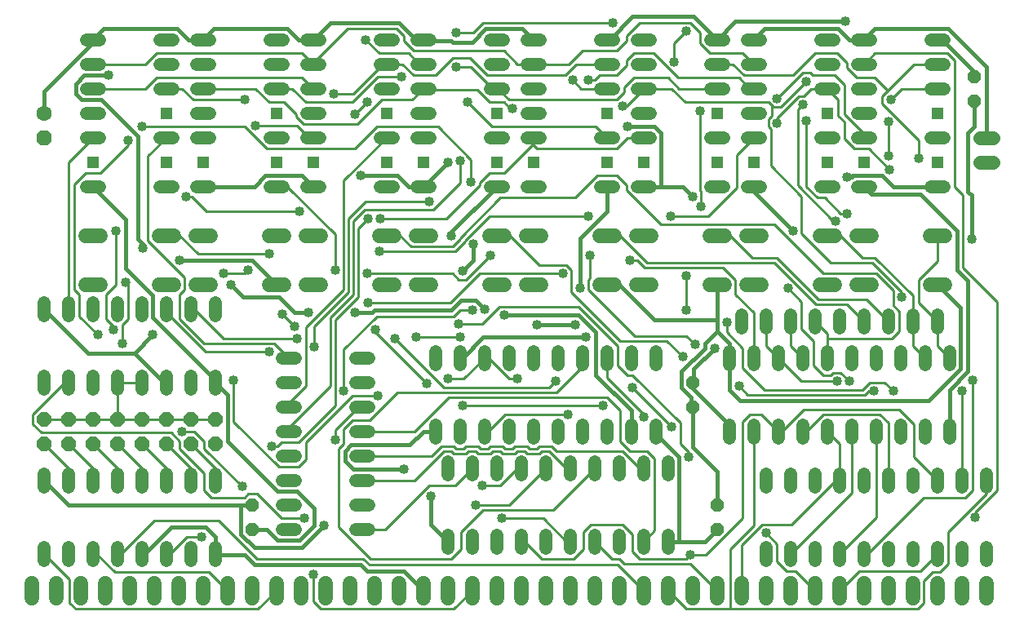
<source format=gtl>
G75*
%MOIN*%
%OFA0B0*%
%FSLAX24Y24*%
%IPPOS*%
%LPD*%
%AMOC8*
5,1,8,0,0,1.08239X$1,22.5*
%
%ADD10C,0.0600*%
%ADD11OC8,0.0520*%
%ADD12C,0.0520*%
%ADD13R,0.0515X0.0515*%
%ADD14C,0.0560*%
%ADD15OC8,0.0630*%
%ADD16C,0.0630*%
%ADD17OC8,0.0600*%
%ADD18C,0.0160*%
%ADD19C,0.0400*%
%ADD20C,0.0100*%
D10*
X000680Y000880D02*
X000680Y001480D01*
X001680Y001480D02*
X001680Y000880D01*
X002680Y000880D02*
X002680Y001480D01*
X003680Y001480D02*
X003680Y000880D01*
X004680Y000880D02*
X004680Y001480D01*
X005680Y001480D02*
X005680Y000880D01*
X006680Y000880D02*
X006680Y001480D01*
X007680Y001480D02*
X007680Y000880D01*
X008680Y000880D02*
X008680Y001480D01*
X009680Y001480D02*
X009680Y000880D01*
X010680Y000880D02*
X010680Y001480D01*
X011680Y001480D02*
X011680Y000880D01*
X012680Y000880D02*
X012680Y001480D01*
X013680Y001480D02*
X013680Y000880D01*
X014680Y000880D02*
X014680Y001480D01*
X015680Y001480D02*
X015680Y000880D01*
X016680Y000880D02*
X016680Y001480D01*
X017680Y001480D02*
X017680Y000880D01*
X018680Y000880D02*
X018680Y001480D01*
X019680Y001480D02*
X019680Y000880D01*
X020680Y000880D02*
X020680Y001480D01*
X021680Y001480D02*
X021680Y000880D01*
X022680Y000880D02*
X022680Y001480D01*
X023680Y001480D02*
X023680Y000880D01*
X024680Y000880D02*
X024680Y001480D01*
X025680Y001480D02*
X025680Y000880D01*
X026680Y000880D02*
X026680Y001480D01*
X027680Y001480D02*
X027680Y000880D01*
X028680Y000880D02*
X028680Y001480D01*
X029680Y001480D02*
X029680Y000880D01*
X030680Y000880D02*
X030680Y001480D01*
X031680Y001480D02*
X031680Y000880D01*
X032680Y000880D02*
X032680Y001480D01*
X033680Y001480D02*
X033680Y000880D01*
X034680Y000880D02*
X034680Y001480D01*
X035680Y001480D02*
X035680Y000880D01*
X036680Y000880D02*
X036680Y001480D01*
X037680Y001480D02*
X037680Y000880D01*
X038680Y000880D02*
X038680Y001480D01*
X039680Y001480D02*
X039680Y000880D01*
X037980Y013680D02*
X037380Y013680D01*
X034980Y013680D02*
X034380Y013680D01*
X033480Y013680D02*
X032880Y013680D01*
X030480Y013680D02*
X029880Y013680D01*
X028980Y013680D02*
X028380Y013680D01*
X025980Y013680D02*
X025380Y013680D01*
X024480Y013680D02*
X023880Y013680D01*
X021480Y013680D02*
X020880Y013680D01*
X019980Y013680D02*
X019380Y013680D01*
X016980Y013680D02*
X016380Y013680D01*
X015480Y013680D02*
X014880Y013680D01*
X012480Y013680D02*
X011880Y013680D01*
X010980Y013680D02*
X010380Y013680D01*
X007980Y013680D02*
X007380Y013680D01*
X006480Y013680D02*
X005880Y013680D01*
X003480Y013680D02*
X002880Y013680D01*
X002880Y015680D02*
X003480Y015680D01*
X005880Y015680D02*
X006480Y015680D01*
X007380Y015680D02*
X007980Y015680D01*
X010380Y015680D02*
X010980Y015680D01*
X011880Y015680D02*
X012480Y015680D01*
X014880Y015680D02*
X015480Y015680D01*
X016380Y015680D02*
X016980Y015680D01*
X019380Y015680D02*
X019980Y015680D01*
X020880Y015680D02*
X021480Y015680D01*
X023880Y015680D02*
X024480Y015680D01*
X025380Y015680D02*
X025980Y015680D01*
X028380Y015680D02*
X028980Y015680D01*
X029880Y015680D02*
X030480Y015680D01*
X032880Y015680D02*
X033480Y015680D01*
X034380Y015680D02*
X034980Y015680D01*
X037380Y015680D02*
X037980Y015680D01*
D11*
X039180Y021180D03*
X039180Y022180D03*
X027680Y009680D03*
X027680Y008680D03*
X028680Y004680D03*
X028680Y003680D03*
X009680Y003680D03*
X009680Y004680D03*
D12*
X010920Y004680D02*
X011440Y004680D01*
X011440Y003680D02*
X010920Y003680D01*
X008180Y002940D02*
X008180Y002420D01*
X007180Y002420D02*
X007180Y002940D01*
X006180Y002940D02*
X006180Y002420D01*
X005180Y002420D02*
X005180Y002940D01*
X004180Y002940D02*
X004180Y002420D01*
X003180Y002420D02*
X003180Y002940D01*
X002180Y002940D02*
X002180Y002420D01*
X001180Y002420D02*
X001180Y002940D01*
X001180Y005420D02*
X001180Y005940D01*
X002180Y005940D02*
X002180Y005420D01*
X003180Y005420D02*
X003180Y005940D01*
X004180Y005940D02*
X004180Y005420D01*
X005180Y005420D02*
X005180Y005940D01*
X006180Y005940D02*
X006180Y005420D01*
X007180Y005420D02*
X007180Y005940D01*
X008180Y005940D02*
X008180Y005420D01*
X010920Y005680D02*
X011440Y005680D01*
X011440Y006680D02*
X010920Y006680D01*
X010920Y007680D02*
X011440Y007680D01*
X011440Y008680D02*
X010920Y008680D01*
X010920Y009680D02*
X011440Y009680D01*
X011440Y010680D02*
X010920Y010680D01*
X008180Y009940D02*
X008180Y009420D01*
X007180Y009420D02*
X007180Y009940D01*
X006180Y009940D02*
X006180Y009420D01*
X005180Y009420D02*
X005180Y009940D01*
X004180Y009940D02*
X004180Y009420D01*
X003180Y009420D02*
X003180Y009940D01*
X002180Y009940D02*
X002180Y009420D01*
X001180Y009420D02*
X001180Y009940D01*
X001180Y012420D02*
X001180Y012940D01*
X002180Y012940D02*
X002180Y012420D01*
X003180Y012420D02*
X003180Y012940D01*
X004180Y012940D02*
X004180Y012420D01*
X005180Y012420D02*
X005180Y012940D01*
X006180Y012940D02*
X006180Y012420D01*
X007180Y012420D02*
X007180Y012940D01*
X008180Y012940D02*
X008180Y012420D01*
X013920Y010680D02*
X014440Y010680D01*
X014440Y009680D02*
X013920Y009680D01*
X013920Y008680D02*
X014440Y008680D01*
X014440Y007680D02*
X013920Y007680D01*
X013920Y006680D02*
X014440Y006680D01*
X014440Y005680D02*
X013920Y005680D01*
X013920Y004680D02*
X014440Y004680D01*
X014440Y003680D02*
X013920Y003680D01*
X017680Y003440D02*
X017680Y002920D01*
X018680Y002920D02*
X018680Y003440D01*
X019680Y003440D02*
X019680Y002920D01*
X020680Y002920D02*
X020680Y003440D01*
X021680Y003440D02*
X021680Y002920D01*
X022680Y002920D02*
X022680Y003440D01*
X023680Y003440D02*
X023680Y002920D01*
X024680Y002920D02*
X024680Y003440D01*
X025680Y003440D02*
X025680Y002920D01*
X026680Y002920D02*
X026680Y003440D01*
X026680Y005920D02*
X026680Y006440D01*
X025680Y006440D02*
X025680Y005920D01*
X024680Y005920D02*
X024680Y006440D01*
X023680Y006440D02*
X023680Y005920D01*
X022680Y005920D02*
X022680Y006440D01*
X021680Y006440D02*
X021680Y005920D01*
X020680Y005920D02*
X020680Y006440D01*
X019680Y006440D02*
X019680Y005920D01*
X018680Y005920D02*
X018680Y006440D01*
X017680Y006440D02*
X017680Y005920D01*
X017180Y007420D02*
X017180Y007940D01*
X018180Y007940D02*
X018180Y007420D01*
X019180Y007420D02*
X019180Y007940D01*
X020180Y007940D02*
X020180Y007420D01*
X021180Y007420D02*
X021180Y007940D01*
X022180Y007940D02*
X022180Y007420D01*
X023180Y007420D02*
X023180Y007940D01*
X024180Y007940D02*
X024180Y007420D01*
X025180Y007420D02*
X025180Y007940D01*
X026180Y007940D02*
X026180Y007420D01*
X029180Y007420D02*
X029180Y007940D01*
X030180Y007940D02*
X030180Y007420D01*
X031180Y007420D02*
X031180Y007940D01*
X032180Y007940D02*
X032180Y007420D01*
X033180Y007420D02*
X033180Y007940D01*
X034180Y007940D02*
X034180Y007420D01*
X035180Y007420D02*
X035180Y007940D01*
X036180Y007940D02*
X036180Y007420D01*
X037180Y007420D02*
X037180Y007940D01*
X038180Y007940D02*
X038180Y007420D01*
X037680Y005940D02*
X037680Y005420D01*
X038680Y005420D02*
X038680Y005940D01*
X039680Y005940D02*
X039680Y005420D01*
X036680Y005420D02*
X036680Y005940D01*
X035680Y005940D02*
X035680Y005420D01*
X034680Y005420D02*
X034680Y005940D01*
X033680Y005940D02*
X033680Y005420D01*
X032680Y005420D02*
X032680Y005940D01*
X031680Y005940D02*
X031680Y005420D01*
X030680Y005420D02*
X030680Y005940D01*
X030680Y002940D02*
X030680Y002420D01*
X031680Y002420D02*
X031680Y002940D01*
X032680Y002940D02*
X032680Y002420D01*
X033680Y002420D02*
X033680Y002940D01*
X034680Y002940D02*
X034680Y002420D01*
X035680Y002420D02*
X035680Y002940D01*
X036680Y002940D02*
X036680Y002420D01*
X037680Y002420D02*
X037680Y002940D01*
X038680Y002940D02*
X038680Y002420D01*
X039680Y002420D02*
X039680Y002940D01*
X038180Y010420D02*
X038180Y010940D01*
X037180Y010940D02*
X037180Y010420D01*
X036180Y010420D02*
X036180Y010940D01*
X035180Y010940D02*
X035180Y010420D01*
X034180Y010420D02*
X034180Y010940D01*
X033180Y010940D02*
X033180Y010420D01*
X032180Y010420D02*
X032180Y010940D01*
X031180Y010940D02*
X031180Y010420D01*
X030180Y010420D02*
X030180Y010940D01*
X029180Y010940D02*
X029180Y010420D01*
X029680Y011920D02*
X029680Y012440D01*
X030680Y012440D02*
X030680Y011920D01*
X031680Y011920D02*
X031680Y012440D01*
X032680Y012440D02*
X032680Y011920D01*
X033680Y011920D02*
X033680Y012440D01*
X034680Y012440D02*
X034680Y011920D01*
X035680Y011920D02*
X035680Y012440D01*
X036680Y012440D02*
X036680Y011920D01*
X037680Y011920D02*
X037680Y012440D01*
X037420Y017680D02*
X037940Y017680D01*
X034940Y017680D02*
X034420Y017680D01*
X033440Y017680D02*
X032920Y017680D01*
X030440Y017680D02*
X029920Y017680D01*
X028940Y017680D02*
X028420Y017680D01*
X025940Y017680D02*
X025420Y017680D01*
X024440Y017680D02*
X023920Y017680D01*
X021440Y017680D02*
X020920Y017680D01*
X019940Y017680D02*
X019420Y017680D01*
X016940Y017680D02*
X016420Y017680D01*
X015440Y017680D02*
X014920Y017680D01*
X012440Y017680D02*
X011920Y017680D01*
X010940Y017680D02*
X010420Y017680D01*
X007940Y017680D02*
X007420Y017680D01*
X006440Y017680D02*
X005920Y017680D01*
X003440Y017680D02*
X002920Y017680D01*
X002920Y019680D02*
X003440Y019680D01*
X003440Y020680D02*
X002920Y020680D01*
X002920Y021680D02*
X003440Y021680D01*
X003440Y022680D02*
X002920Y022680D01*
X002920Y023680D02*
X003440Y023680D01*
X005920Y023680D02*
X006440Y023680D01*
X007420Y023680D02*
X007940Y023680D01*
X007940Y022680D02*
X007420Y022680D01*
X006440Y022680D02*
X005920Y022680D01*
X005920Y021680D02*
X006440Y021680D01*
X007420Y021680D02*
X007940Y021680D01*
X007940Y020680D02*
X007420Y020680D01*
X007420Y019680D02*
X007940Y019680D01*
X006440Y019680D02*
X005920Y019680D01*
X010420Y019680D02*
X010940Y019680D01*
X011920Y019680D02*
X012440Y019680D01*
X012440Y020680D02*
X011920Y020680D01*
X011920Y021680D02*
X012440Y021680D01*
X012440Y022680D02*
X011920Y022680D01*
X010940Y022680D02*
X010420Y022680D01*
X010420Y021680D02*
X010940Y021680D01*
X010940Y023680D02*
X010420Y023680D01*
X011920Y023680D02*
X012440Y023680D01*
X014920Y023680D02*
X015440Y023680D01*
X016420Y023680D02*
X016940Y023680D01*
X016940Y022680D02*
X016420Y022680D01*
X015440Y022680D02*
X014920Y022680D01*
X014920Y021680D02*
X015440Y021680D01*
X016420Y021680D02*
X016940Y021680D01*
X016940Y020680D02*
X016420Y020680D01*
X016420Y019680D02*
X016940Y019680D01*
X015440Y019680D02*
X014920Y019680D01*
X019420Y019680D02*
X019940Y019680D01*
X020920Y019680D02*
X021440Y019680D01*
X021440Y020680D02*
X020920Y020680D01*
X020920Y021680D02*
X021440Y021680D01*
X021440Y022680D02*
X020920Y022680D01*
X019940Y022680D02*
X019420Y022680D01*
X019420Y021680D02*
X019940Y021680D01*
X019940Y023680D02*
X019420Y023680D01*
X020920Y023680D02*
X021440Y023680D01*
X023920Y023680D02*
X024440Y023680D01*
X025420Y023680D02*
X025940Y023680D01*
X025940Y022680D02*
X025420Y022680D01*
X024440Y022680D02*
X023920Y022680D01*
X023920Y021680D02*
X024440Y021680D01*
X025420Y021680D02*
X025940Y021680D01*
X025940Y020680D02*
X025420Y020680D01*
X025420Y019680D02*
X025940Y019680D01*
X024440Y019680D02*
X023920Y019680D01*
X028420Y019680D02*
X028940Y019680D01*
X029920Y019680D02*
X030440Y019680D01*
X030440Y020680D02*
X029920Y020680D01*
X029920Y021680D02*
X030440Y021680D01*
X030440Y022680D02*
X029920Y022680D01*
X028940Y022680D02*
X028420Y022680D01*
X028420Y021680D02*
X028940Y021680D01*
X028940Y023680D02*
X028420Y023680D01*
X029920Y023680D02*
X030440Y023680D01*
X032920Y023680D02*
X033440Y023680D01*
X034420Y023680D02*
X034940Y023680D01*
X034940Y022680D02*
X034420Y022680D01*
X033440Y022680D02*
X032920Y022680D01*
X032920Y021680D02*
X033440Y021680D01*
X034420Y021680D02*
X034940Y021680D01*
X034940Y020680D02*
X034420Y020680D01*
X034420Y019680D02*
X034940Y019680D01*
X033440Y019680D02*
X032920Y019680D01*
X037420Y019680D02*
X037940Y019680D01*
X037940Y021680D02*
X037420Y021680D01*
X037420Y022680D02*
X037940Y022680D01*
X037940Y023680D02*
X037420Y023680D01*
X026180Y010940D02*
X026180Y010420D01*
X025180Y010420D02*
X025180Y010940D01*
X024180Y010940D02*
X024180Y010420D01*
X023180Y010420D02*
X023180Y010940D01*
X022180Y010940D02*
X022180Y010420D01*
X021180Y010420D02*
X021180Y010940D01*
X020180Y010940D02*
X020180Y010420D01*
X019180Y010420D02*
X019180Y010940D01*
X018180Y010940D02*
X018180Y010420D01*
X017180Y010420D02*
X017180Y010940D01*
D13*
X016680Y018680D03*
X015180Y018680D03*
X015180Y020680D03*
X012180Y018680D03*
X010680Y018680D03*
X010680Y020680D03*
X007680Y018680D03*
X006180Y018680D03*
X006180Y020680D03*
X003180Y018680D03*
X019680Y018680D03*
X021180Y018680D03*
X019680Y020680D03*
X024180Y020680D03*
X024180Y018680D03*
X025680Y018680D03*
X028680Y018680D03*
X030180Y018680D03*
X028680Y020680D03*
X033180Y020680D03*
X033180Y018680D03*
X034680Y018680D03*
X037680Y018680D03*
X037680Y020680D03*
D14*
X039400Y019680D02*
X039960Y019680D01*
X039960Y018680D02*
X039400Y018680D01*
D15*
X001180Y019680D03*
D16*
X001180Y020680D03*
D17*
X001180Y008180D03*
X002180Y008180D03*
X003180Y008180D03*
X004180Y008180D03*
X005180Y008180D03*
X006180Y008180D03*
X007180Y008180D03*
X008180Y008180D03*
X008180Y007180D03*
X007180Y007180D03*
X006180Y007180D03*
X005180Y007180D03*
X004180Y007180D03*
X003180Y007180D03*
X002180Y007180D03*
X001180Y007180D03*
D18*
X001180Y005680D02*
X002180Y004680D01*
X009230Y004680D01*
X009230Y003480D01*
X009780Y002930D01*
X011730Y002930D01*
X012630Y003830D01*
X012230Y003830D02*
X012230Y004530D01*
X011530Y005230D01*
X010730Y005230D01*
X008680Y007280D01*
X008680Y009180D01*
X008180Y009680D01*
X008180Y009780D01*
X005630Y012330D01*
X005630Y013230D01*
X004530Y014330D01*
X004530Y016330D01*
X003180Y017680D01*
X005030Y019730D02*
X005030Y015530D01*
X005230Y015330D01*
X005230Y015180D01*
X006730Y014680D02*
X009680Y014680D01*
X010680Y013680D01*
X010780Y013180D02*
X009330Y013180D01*
X008830Y013680D01*
X010780Y013180D02*
X011430Y012530D01*
X011980Y012530D01*
X013880Y012530D02*
X014580Y012530D01*
X014680Y012630D01*
X017830Y012630D01*
X018230Y013030D01*
X018830Y013030D01*
X019180Y012680D01*
X019980Y012430D02*
X023030Y012430D01*
X023730Y011730D01*
X023730Y009980D01*
X025180Y008530D01*
X025180Y007680D01*
X026180Y007680D02*
X026180Y007580D01*
X027130Y006630D01*
X027130Y003180D01*
X026680Y003180D01*
X027130Y003180D02*
X028180Y003180D01*
X028680Y003680D01*
X028680Y004680D02*
X028680Y006030D01*
X027680Y007030D01*
X027680Y008680D01*
X027630Y008730D01*
X027630Y009080D01*
X027230Y009480D01*
X027230Y010130D01*
X028180Y011080D01*
X028180Y011280D01*
X028680Y011780D01*
X028680Y012230D01*
X026130Y012230D01*
X024680Y013680D01*
X024180Y013680D01*
X023080Y013530D02*
X023080Y015580D01*
X024180Y016680D01*
X024180Y017680D01*
X025680Y017680D02*
X026380Y017680D01*
X026380Y019880D01*
X026130Y020130D01*
X025030Y020130D01*
X026380Y017680D02*
X027280Y017680D01*
X027680Y017280D01*
X030180Y017480D02*
X031780Y015880D01*
X030180Y017480D02*
X030180Y017680D01*
X033980Y018080D02*
X034180Y018080D01*
X034230Y018130D01*
X035430Y018130D01*
X035880Y017680D01*
X037680Y017680D01*
X036980Y017380D02*
X034980Y017380D01*
X034680Y017680D01*
X036980Y017380D02*
X038480Y015880D01*
X038480Y014280D01*
X038930Y013830D01*
X038930Y010130D01*
X038180Y009380D01*
X038180Y007680D01*
X037330Y008930D02*
X038630Y010230D01*
X038630Y012730D01*
X037680Y013680D01*
X039080Y015530D02*
X039080Y017330D01*
X038930Y017480D01*
X038930Y019880D01*
X039180Y020130D01*
X039180Y021180D01*
X039180Y022180D02*
X039180Y022380D01*
X037880Y023680D01*
X037680Y023680D01*
X038130Y024130D02*
X035130Y024130D01*
X034680Y023680D01*
X034080Y023680D01*
X033630Y024130D01*
X030630Y024130D01*
X030180Y023680D01*
X029430Y024430D02*
X028680Y023680D01*
X027730Y024630D01*
X025230Y024630D01*
X024280Y023680D01*
X024180Y023680D01*
X021180Y023680D02*
X020730Y024130D01*
X019230Y024130D01*
X018680Y023580D01*
X017880Y023580D01*
X017830Y023630D01*
X016730Y023630D01*
X016680Y023680D01*
X016380Y023680D01*
X015680Y024380D01*
X012880Y024380D01*
X012180Y023680D01*
X011580Y023680D01*
X011130Y024130D01*
X008130Y024130D01*
X007680Y023680D01*
X007080Y023680D01*
X006630Y024130D01*
X003630Y024130D01*
X003180Y023680D01*
X003180Y023580D01*
X001180Y021580D01*
X001180Y020680D01*
X002480Y021480D02*
X002730Y021230D01*
X003530Y021230D01*
X005030Y019730D01*
X002480Y021480D02*
X002480Y021880D01*
X002830Y022230D01*
X003830Y022230D01*
X009780Y017680D02*
X010230Y018130D01*
X011730Y018130D01*
X012180Y017680D01*
X014130Y018130D02*
X015630Y018130D01*
X016080Y017680D01*
X016680Y017680D01*
X017680Y018680D01*
X019680Y017680D02*
X017830Y015830D01*
X017830Y015680D01*
X018730Y015330D02*
X018730Y014680D01*
X018280Y014230D01*
X021330Y012030D02*
X022880Y012030D01*
X023330Y011530D02*
X019130Y011530D01*
X018280Y010680D01*
X018180Y010680D01*
X017180Y007680D02*
X016680Y007680D01*
X016130Y007130D01*
X013730Y007130D01*
X013480Y006880D01*
X013480Y006480D01*
X013830Y006130D01*
X015880Y006130D01*
X016980Y005030D02*
X016980Y003880D01*
X017680Y003180D01*
X015880Y001980D02*
X016680Y001180D01*
X015880Y001980D02*
X014380Y001980D01*
X014130Y002230D01*
X009780Y002230D01*
X009380Y002630D01*
X008230Y002630D01*
X008180Y002680D01*
X008180Y003380D01*
X007780Y003780D01*
X006380Y003780D01*
X005280Y002680D01*
X005180Y002680D01*
X009230Y004680D02*
X009680Y004680D01*
X009680Y003680D02*
X010280Y003680D01*
X010730Y003230D01*
X011630Y003230D01*
X012230Y003830D01*
X006180Y009680D02*
X006080Y009680D01*
X004880Y010880D01*
X005630Y011630D01*
X004880Y010880D02*
X002980Y010880D01*
X001180Y012680D01*
X007680Y017680D02*
X009780Y017680D01*
X027730Y010230D02*
X027730Y009730D01*
X027680Y009680D01*
X027680Y009430D01*
X029180Y007930D01*
X029180Y007680D01*
X029630Y008930D02*
X037330Y008930D01*
X029630Y008930D02*
X029180Y009380D01*
X029180Y010680D01*
X029180Y011280D01*
X028680Y011780D01*
X028680Y012230D02*
X028680Y013680D01*
X028580Y011080D02*
X027730Y010230D01*
X039680Y019680D02*
X039680Y022580D01*
X038130Y024130D01*
X033930Y024430D02*
X029430Y024430D01*
D19*
X027430Y024030D03*
X026930Y022780D03*
X024830Y020980D03*
X025030Y020130D03*
X023430Y022030D03*
X022780Y022030D03*
X020330Y020880D03*
X018480Y021130D03*
X018030Y022580D03*
X018030Y023980D03*
X015780Y022180D03*
X014380Y021130D03*
X013880Y020630D03*
X013030Y021480D03*
X009830Y020180D03*
X009380Y021230D03*
X005180Y020130D03*
X004630Y019580D03*
X006980Y017280D03*
X004130Y015880D03*
X005230Y015180D03*
X006730Y014680D03*
X008530Y014130D03*
X008830Y013680D03*
X009530Y014280D03*
X010380Y014930D03*
X011630Y016680D03*
X014130Y018130D03*
X014430Y016380D03*
X014930Y016380D03*
X014880Y015030D03*
X014380Y014130D03*
X013080Y014280D03*
X014430Y012930D03*
X013880Y012530D03*
X014730Y011830D03*
X015530Y011480D03*
X016380Y011530D03*
X018180Y011530D03*
X018130Y012080D03*
X018680Y012630D03*
X019180Y012680D03*
X019980Y012430D03*
X021330Y012030D03*
X022880Y012030D03*
X023330Y011530D03*
X022080Y009730D03*
X020530Y009830D03*
X022580Y008380D03*
X024030Y008730D03*
X025230Y009480D03*
X025680Y008280D03*
X026830Y007880D03*
X027530Y006630D03*
X029580Y009530D03*
X028580Y011080D03*
X027780Y011230D03*
X027280Y010730D03*
X029080Y012130D03*
X027430Y012630D03*
X027430Y014030D03*
X025130Y014680D03*
X023480Y014880D03*
X022380Y014130D03*
X023080Y013530D03*
X019430Y014880D03*
X018730Y015330D03*
X017830Y015680D03*
X018280Y014230D03*
X016930Y017080D03*
X018630Y017880D03*
X018180Y018730D03*
X017680Y018680D03*
X023430Y016480D03*
X026780Y016480D03*
X028030Y016880D03*
X027680Y017280D03*
X031780Y015880D03*
X033530Y016280D03*
X033980Y016580D03*
X033980Y018080D03*
X035730Y018380D03*
X035680Y018930D03*
X036930Y018830D03*
X035680Y020330D03*
X035780Y021230D03*
X032330Y021980D03*
X031130Y021280D03*
X032180Y021030D03*
X032330Y020380D03*
X031130Y020280D03*
X027980Y020780D03*
X024430Y024380D03*
X033930Y024430D03*
X039080Y015530D03*
X036230Y013180D03*
X031580Y013530D03*
X033580Y009730D03*
X034080Y009730D03*
X035080Y009330D03*
X035880Y009330D03*
X038680Y009330D03*
X039130Y009780D03*
X039230Y004180D03*
X030680Y003530D03*
X027580Y002630D03*
X019880Y004130D03*
X018830Y004680D03*
X019080Y005480D03*
X016980Y005030D03*
X015880Y006130D03*
X013080Y007330D03*
X010480Y007080D03*
X009280Y005430D03*
X011830Y004130D03*
X012630Y003830D03*
X012180Y001830D03*
X007630Y003380D03*
X006830Y007680D03*
X008930Y009780D03*
X010380Y010930D03*
X011530Y011480D03*
X011430Y011980D03*
X010930Y012480D03*
X011980Y012530D03*
X012230Y011130D03*
X013430Y009330D03*
X014830Y009130D03*
X016830Y009630D03*
X017680Y009830D03*
X018280Y008730D03*
X005630Y011630D03*
X004380Y011280D03*
X004030Y011830D03*
X003380Y011630D03*
X004530Y013780D03*
X003830Y022230D03*
X014330Y023680D03*
D20*
X014880Y023130D01*
X016080Y023130D01*
X016530Y022680D01*
X016680Y022680D01*
X016280Y022230D02*
X017180Y022230D01*
X017880Y022930D01*
X018580Y022930D01*
X019280Y022230D01*
X022480Y022230D01*
X022930Y022680D01*
X024180Y022680D01*
X023880Y022230D02*
X024580Y022230D01*
X024980Y022630D01*
X024980Y022830D01*
X025280Y023130D01*
X026080Y023130D01*
X027080Y022130D01*
X029580Y022130D01*
X030030Y021680D01*
X030180Y021680D01*
X029780Y022230D02*
X031780Y022230D01*
X032680Y023130D01*
X033580Y023130D01*
X033980Y022730D01*
X033980Y022530D01*
X034380Y022130D01*
X035130Y022130D01*
X035655Y021605D01*
X035430Y021380D01*
X035430Y021080D01*
X036930Y019580D01*
X036930Y018830D01*
X035680Y018930D02*
X035680Y020330D01*
X035780Y021230D02*
X036230Y021680D01*
X037680Y021680D01*
X037680Y022680D02*
X036730Y022680D01*
X035655Y021605D01*
X034680Y022680D02*
X035130Y023130D01*
X038080Y023130D01*
X038380Y022830D01*
X038380Y017680D01*
X038730Y017330D01*
X038730Y014380D01*
X040130Y012980D01*
X040130Y005280D01*
X039230Y004380D01*
X039230Y004180D01*
X038830Y004980D02*
X039130Y005280D01*
X039130Y009780D01*
X038680Y009330D02*
X038680Y005680D01*
X037680Y005680D02*
X036730Y006630D01*
X036730Y007980D01*
X036130Y008580D01*
X032230Y008580D01*
X031330Y007680D01*
X031180Y007680D01*
X030480Y008380D01*
X030030Y008380D01*
X029730Y008080D01*
X029730Y004130D01*
X028230Y002630D01*
X027580Y002630D01*
X027430Y002480D01*
X025530Y002480D01*
X025230Y002780D01*
X025230Y003480D01*
X024830Y003880D01*
X023530Y003880D01*
X023230Y003580D01*
X023230Y002880D01*
X022830Y002480D01*
X021530Y002480D01*
X020830Y003180D01*
X020680Y003180D01*
X019880Y004130D02*
X021580Y004130D01*
X022530Y003180D01*
X022680Y003180D01*
X023680Y003180D02*
X024380Y002480D01*
X024680Y002480D01*
X024880Y002280D01*
X027580Y002280D01*
X028680Y001180D01*
X029680Y001180D02*
X029680Y003030D01*
X030530Y003880D01*
X031730Y003880D01*
X033530Y005680D01*
X033680Y005680D01*
X033680Y007180D01*
X033180Y007680D01*
X033030Y008380D02*
X032330Y007680D01*
X032180Y007680D01*
X033030Y008380D02*
X035330Y008380D01*
X035680Y008030D01*
X035680Y005680D01*
X037130Y004980D02*
X038830Y004980D01*
X039680Y005130D02*
X038130Y003580D01*
X038130Y002280D01*
X037780Y001930D01*
X037480Y001930D01*
X037130Y001580D01*
X037130Y000680D01*
X036880Y000430D01*
X029230Y000430D01*
X029230Y002880D01*
X030180Y003830D01*
X030180Y007680D01*
X029930Y009180D02*
X029580Y009530D01*
X029930Y009180D02*
X034730Y009180D01*
X034880Y009330D01*
X035080Y009330D01*
X034930Y009680D02*
X034630Y009380D01*
X030630Y009380D01*
X029730Y010280D01*
X029730Y011080D01*
X029080Y011730D01*
X029080Y012130D01*
X030180Y012530D02*
X030180Y010680D01*
X030680Y011180D02*
X031180Y010680D01*
X032130Y009730D01*
X033580Y009730D01*
X033330Y009980D02*
X033030Y009980D01*
X032630Y010380D01*
X032630Y011380D01*
X032130Y011880D01*
X032130Y012980D01*
X031580Y013530D01*
X031030Y014580D02*
X032730Y012880D01*
X033980Y012880D01*
X034680Y012180D01*
X034780Y013080D02*
X035680Y012180D01*
X036130Y011780D02*
X036130Y012580D01*
X035880Y012830D01*
X035880Y013430D01*
X035180Y014130D01*
X033030Y014130D01*
X031030Y016130D01*
X026380Y016130D01*
X024980Y017530D01*
X024980Y017730D01*
X024580Y018130D01*
X023780Y018130D01*
X022880Y017230D01*
X019830Y017230D01*
X018180Y015580D01*
X018180Y015530D01*
X017880Y015230D01*
X016180Y015230D01*
X015730Y015680D01*
X015180Y015680D01*
X014880Y015030D02*
X017980Y015030D01*
X018380Y015430D01*
X018380Y015480D01*
X019380Y016480D01*
X023430Y016480D01*
X024180Y015680D02*
X024730Y015680D01*
X025830Y014580D01*
X031030Y014580D01*
X031130Y014780D02*
X032830Y013080D01*
X034780Y013080D01*
X036230Y013180D02*
X036230Y013380D01*
X035030Y014580D01*
X033330Y014580D01*
X032130Y015780D01*
X032130Y017280D01*
X030880Y018530D01*
X030880Y020030D01*
X030780Y020130D01*
X030780Y020430D01*
X030930Y020580D01*
X030930Y020930D01*
X030955Y020955D01*
X030780Y021130D01*
X027380Y021130D01*
X026830Y021680D01*
X025680Y021680D01*
X024980Y020980D01*
X024830Y020980D01*
X024580Y021230D02*
X020180Y021230D01*
X019730Y021680D01*
X019680Y021680D01*
X019530Y021680D01*
X018630Y022580D01*
X018030Y022580D01*
X018880Y021630D02*
X016680Y021630D01*
X016680Y021680D01*
X016230Y021230D01*
X014980Y021230D01*
X013980Y020230D01*
X011780Y020230D01*
X011480Y020530D01*
X011480Y020630D01*
X010980Y021130D01*
X010380Y021130D01*
X009830Y021680D01*
X007680Y021680D01*
X007280Y021230D02*
X009380Y021230D01*
X009380Y020130D02*
X010280Y019230D01*
X013880Y019230D01*
X014780Y020130D01*
X017280Y020130D01*
X018630Y018780D01*
X018630Y017880D01*
X018980Y017830D02*
X018980Y017730D01*
X017630Y016380D01*
X014930Y016380D01*
X014430Y016380D02*
X014030Y015980D01*
X014030Y013180D01*
X013080Y012230D01*
X013080Y008730D01*
X011580Y007230D01*
X010880Y007230D01*
X010730Y007080D01*
X010480Y007080D01*
X010780Y006230D02*
X008930Y008080D01*
X008930Y009780D01*
X007780Y010930D02*
X006180Y012530D01*
X006180Y012680D01*
X006730Y012280D02*
X006730Y013280D01*
X006930Y013480D01*
X006930Y013980D01*
X005430Y015480D01*
X005430Y018930D01*
X006180Y019680D01*
X005180Y020130D02*
X009380Y020130D01*
X009830Y020180D02*
X011530Y020180D01*
X012030Y019680D01*
X012180Y019680D01*
X013880Y020630D02*
X014380Y021130D01*
X013780Y021130D02*
X014830Y022180D01*
X015780Y022180D01*
X016280Y022230D02*
X015830Y022680D01*
X015180Y022680D01*
X015030Y022680D01*
X013830Y021480D01*
X013030Y021480D01*
X013780Y021130D02*
X011880Y021130D01*
X011330Y021680D01*
X010680Y021680D01*
X011730Y022130D02*
X012180Y021680D01*
X011730Y022130D02*
X005780Y022130D01*
X005330Y021680D01*
X003180Y021680D01*
X003180Y022680D02*
X005330Y022680D01*
X005780Y023130D01*
X011730Y023130D01*
X012180Y022680D01*
X012180Y022730D01*
X013580Y024130D01*
X015580Y024130D01*
X015880Y023830D01*
X015880Y023630D01*
X016280Y023230D01*
X019980Y023230D01*
X020530Y022680D01*
X021180Y022680D01*
X022630Y022680D01*
X023180Y023230D01*
X024580Y023230D01*
X024980Y023630D01*
X024980Y023830D01*
X025530Y024380D01*
X027580Y024380D01*
X027980Y023980D01*
X027980Y023530D01*
X028380Y023130D01*
X029730Y023130D01*
X030180Y022680D01*
X029780Y022230D02*
X029330Y022680D01*
X028680Y022680D01*
X028680Y021680D02*
X027130Y021680D01*
X026680Y022130D01*
X025280Y022130D01*
X024880Y021730D01*
X024880Y021530D01*
X024580Y021230D01*
X024180Y021680D02*
X023130Y021680D01*
X022780Y022030D01*
X023430Y022030D02*
X023680Y022030D01*
X023880Y022230D01*
X026930Y022780D02*
X026930Y023530D01*
X027430Y024030D01*
X024430Y024380D02*
X019130Y024380D01*
X018730Y023980D01*
X018030Y023980D01*
X018880Y021630D02*
X019380Y021130D01*
X019980Y021130D01*
X020230Y020880D01*
X020330Y020880D01*
X019480Y020130D02*
X023730Y020130D01*
X024180Y019680D01*
X024580Y019230D02*
X021330Y019230D01*
X021155Y019405D01*
X019980Y018230D01*
X019380Y018230D01*
X018980Y017830D01*
X018180Y017830D02*
X018180Y018730D01*
X018180Y017830D02*
X017080Y016730D01*
X014280Y016730D01*
X013830Y016280D01*
X013830Y013280D01*
X012880Y012330D01*
X012880Y009530D01*
X011180Y007830D01*
X011180Y007680D01*
X011880Y007230D02*
X011880Y006530D01*
X011580Y006230D01*
X010780Y006230D01*
X009880Y005130D02*
X009530Y005130D01*
X009380Y004980D01*
X008030Y004980D01*
X007730Y005280D01*
X007730Y005980D01*
X006730Y006980D01*
X006730Y007280D01*
X006380Y007630D01*
X001080Y007630D01*
X000730Y007980D01*
X000730Y008380D01*
X002030Y009680D01*
X002180Y009680D01*
X004180Y009680D02*
X004180Y008180D01*
X005180Y008180D01*
X006180Y008180D01*
X007180Y008180D01*
X008180Y008180D01*
X007330Y007680D02*
X007730Y007280D01*
X007730Y006980D01*
X009280Y005430D01*
X009880Y005130D02*
X010880Y004130D01*
X011830Y004130D01*
X013230Y003780D02*
X014530Y002480D01*
X017830Y002480D01*
X018230Y002880D01*
X018230Y003580D01*
X019130Y004480D01*
X021980Y004480D01*
X023680Y006180D01*
X022680Y006180D02*
X022530Y006180D01*
X021830Y006880D01*
X021530Y006880D01*
X021430Y006780D01*
X020930Y006780D01*
X020830Y006880D01*
X020530Y006880D01*
X020430Y006780D01*
X019930Y006780D01*
X019830Y006880D01*
X019530Y006880D01*
X019430Y006780D01*
X018930Y006780D01*
X018830Y006880D01*
X018530Y006880D01*
X018430Y006780D01*
X017930Y006780D01*
X017830Y006880D01*
X017530Y006880D01*
X016330Y005680D01*
X014180Y005680D01*
X014180Y006680D02*
X017030Y006680D01*
X017430Y007080D01*
X017930Y007080D01*
X018030Y006980D01*
X018330Y006980D01*
X018430Y007080D01*
X018930Y007080D01*
X019030Y006980D01*
X019330Y006980D01*
X019430Y007080D01*
X019930Y007080D01*
X020030Y006980D01*
X020330Y006980D01*
X020430Y007080D01*
X020930Y007080D01*
X021030Y006980D01*
X021330Y006980D01*
X021430Y007080D01*
X021930Y007080D01*
X022130Y006880D01*
X024830Y006880D01*
X025530Y006180D01*
X025680Y006180D01*
X026130Y006580D02*
X026130Y003630D01*
X025680Y003180D01*
X024630Y002230D02*
X025680Y001180D01*
X026680Y001180D02*
X027430Y000430D01*
X029230Y000430D01*
X031130Y002380D02*
X031530Y001980D01*
X031880Y001980D01*
X032680Y001180D01*
X033680Y001180D02*
X034480Y001980D01*
X036980Y001980D01*
X037680Y002680D01*
X035180Y004180D02*
X033680Y002680D01*
X034680Y002680D02*
X034830Y002680D01*
X037130Y004980D01*
X035180Y004180D02*
X035180Y007680D01*
X034180Y007680D02*
X034180Y005180D01*
X031680Y002680D01*
X031130Y002380D02*
X031130Y003080D01*
X030680Y003530D01*
X026130Y006580D02*
X025830Y006880D01*
X025130Y006880D01*
X024730Y007280D01*
X024730Y008530D01*
X024180Y009080D01*
X017730Y009080D01*
X016330Y007680D01*
X014180Y007680D01*
X014480Y008130D02*
X013780Y008130D01*
X013430Y007780D01*
X013430Y007180D01*
X013230Y006980D01*
X013230Y003780D01*
X014180Y003680D02*
X015130Y003680D01*
X016930Y005480D01*
X017980Y005480D01*
X018680Y006180D01*
X019080Y005480D02*
X019830Y005480D01*
X020530Y006180D01*
X020680Y006180D01*
X021680Y006180D02*
X020180Y004680D01*
X018830Y004680D01*
X014480Y002230D02*
X024630Y002230D01*
X018680Y001180D02*
X017930Y000430D01*
X012480Y000430D01*
X012180Y000730D01*
X012180Y001830D01*
X010680Y001180D02*
X009930Y000430D01*
X002480Y000430D01*
X002230Y000680D01*
X002230Y001630D01*
X001180Y002680D01*
X003180Y002680D02*
X003330Y002680D01*
X004080Y001930D01*
X007930Y001930D01*
X008680Y001180D01*
X009880Y002480D02*
X014230Y002480D01*
X014480Y002230D01*
X009880Y002480D02*
X008330Y004030D01*
X005680Y004030D01*
X004330Y002680D01*
X004180Y002680D01*
X006180Y002680D02*
X006330Y002680D01*
X007030Y003380D01*
X007630Y003380D01*
X007180Y005680D02*
X007180Y006180D01*
X006180Y007180D01*
X006830Y007680D02*
X007330Y007680D01*
X007180Y007180D02*
X008180Y006180D01*
X008180Y005680D01*
X006180Y005680D02*
X006180Y006180D01*
X005180Y007180D01*
X004180Y007180D02*
X005180Y006180D01*
X005180Y005680D01*
X004180Y005680D02*
X004180Y006180D01*
X003180Y007180D01*
X002180Y007180D02*
X003180Y006180D01*
X003180Y005680D01*
X002180Y005680D02*
X002180Y006180D01*
X001180Y007180D01*
X001180Y008180D02*
X002180Y008180D01*
X003180Y008180D01*
X004180Y008180D01*
X004180Y009680D02*
X005180Y009680D01*
X004380Y011280D02*
X004380Y012030D01*
X004630Y012280D01*
X004630Y013680D01*
X004530Y013780D01*
X004130Y013680D02*
X004130Y015880D01*
X006180Y015680D02*
X006730Y015680D01*
X007480Y014930D01*
X010380Y014930D01*
X009530Y014280D02*
X009380Y014130D01*
X008530Y014130D01*
X007330Y012680D02*
X008530Y011480D01*
X011530Y011480D01*
X011430Y011980D02*
X010930Y012480D01*
X011880Y011930D02*
X013430Y013480D01*
X013430Y017930D01*
X015180Y019680D01*
X018480Y021130D02*
X019480Y020130D01*
X021180Y019680D02*
X021180Y019430D01*
X021155Y019405D01*
X024580Y019230D02*
X025030Y019680D01*
X025680Y019680D01*
X027980Y020780D02*
X027980Y017530D01*
X028030Y017480D01*
X028030Y016880D01*
X028330Y016480D02*
X029480Y017630D01*
X029480Y018980D01*
X030180Y019680D01*
X031130Y020280D02*
X031130Y020480D01*
X032030Y021380D01*
X032230Y021380D01*
X032530Y021680D01*
X033180Y021680D01*
X033630Y021230D01*
X033630Y020580D01*
X033880Y020330D01*
X033880Y019630D01*
X034280Y019230D01*
X034880Y019230D01*
X035730Y018380D01*
X034680Y019680D02*
X034680Y019830D01*
X033880Y020630D01*
X033880Y021830D01*
X033480Y022230D01*
X032580Y022230D01*
X032480Y022330D01*
X032180Y022330D01*
X031130Y021280D01*
X030955Y020955D02*
X030980Y020930D01*
X031280Y020930D01*
X032330Y021980D01*
X032180Y021030D02*
X031980Y020830D01*
X031980Y017730D01*
X033430Y016280D01*
X033530Y016280D01*
X033730Y016580D02*
X033080Y017230D01*
X032780Y017230D01*
X032330Y017680D01*
X032330Y020380D01*
X033730Y016580D02*
X033980Y016580D01*
X033730Y015680D02*
X033180Y015680D01*
X033730Y015680D02*
X034630Y014780D01*
X035130Y014780D01*
X036680Y013230D01*
X036680Y012180D01*
X036680Y011180D01*
X037180Y010680D01*
X037680Y011180D02*
X038180Y010680D01*
X037680Y011180D02*
X037680Y012180D01*
X036930Y012930D01*
X036930Y013880D01*
X037680Y014630D01*
X037680Y015680D01*
X033180Y011680D02*
X032680Y012180D01*
X033180Y011680D02*
X033180Y011480D01*
X035830Y011480D01*
X036130Y011780D01*
X034080Y009730D02*
X033730Y010080D01*
X033430Y010080D01*
X033330Y009980D01*
X033180Y010680D02*
X033180Y011480D01*
X032180Y010680D02*
X031680Y011180D01*
X031680Y012180D01*
X030680Y012180D02*
X030680Y011180D01*
X030180Y012530D02*
X029430Y013280D01*
X029430Y013880D01*
X028930Y014380D01*
X025730Y014380D01*
X025430Y014680D01*
X025130Y014680D01*
X023480Y014880D02*
X023480Y013930D01*
X023430Y013880D01*
X023430Y013480D01*
X025330Y011580D01*
X027430Y011580D01*
X027780Y011230D01*
X027280Y010730D02*
X026630Y011380D01*
X024730Y011380D01*
X022730Y013380D01*
X022730Y014280D01*
X022530Y014480D01*
X021430Y014480D01*
X020230Y015680D01*
X019680Y015680D01*
X019430Y014880D02*
X018430Y013880D01*
X018130Y013880D01*
X017880Y014130D01*
X014380Y014130D01*
X013630Y013380D02*
X013630Y016380D01*
X014330Y017080D01*
X016930Y017080D01*
X013080Y015730D02*
X013080Y014280D01*
X013630Y013380D02*
X012230Y011980D01*
X012230Y011130D01*
X011180Y010680D02*
X010580Y011280D01*
X007730Y011280D01*
X006730Y012280D01*
X007180Y012680D02*
X007330Y012680D01*
X007780Y010930D02*
X010380Y010930D01*
X011880Y011930D02*
X011880Y009530D01*
X011180Y008830D01*
X011180Y008680D01*
X013080Y007730D02*
X014030Y008680D01*
X014180Y008680D01*
X013780Y009130D02*
X011880Y007230D01*
X013080Y007330D02*
X013080Y007730D01*
X014480Y008130D02*
X015630Y009280D01*
X022130Y009280D01*
X023180Y010330D01*
X023180Y010680D01*
X024180Y010680D02*
X024180Y009880D01*
X025680Y008380D01*
X025680Y008280D01*
X026830Y007880D02*
X025230Y009480D01*
X025230Y009980D02*
X025030Y009980D01*
X024630Y010380D01*
X024630Y011180D01*
X023030Y012780D01*
X019780Y012780D01*
X019080Y012080D01*
X018130Y012080D01*
X017930Y012380D02*
X018180Y012630D01*
X018680Y012630D01*
X017930Y012380D02*
X014780Y012380D01*
X013430Y011030D01*
X013430Y009330D01*
X013780Y009130D02*
X014830Y009130D01*
X016830Y009630D02*
X014730Y011730D01*
X014730Y011830D01*
X015530Y011480D02*
X017530Y009480D01*
X021830Y009480D01*
X022080Y009730D01*
X020530Y009830D02*
X020180Y009830D01*
X019380Y010630D01*
X019180Y010630D01*
X019180Y010680D01*
X018330Y009830D01*
X017680Y009830D01*
X018280Y008730D02*
X024030Y008730D01*
X022580Y008380D02*
X020030Y008380D01*
X019330Y007680D01*
X019180Y007680D01*
X018180Y011530D02*
X016380Y011530D01*
X017780Y012930D02*
X014430Y012930D01*
X017780Y012930D02*
X018980Y014130D01*
X022380Y014130D01*
X026780Y016480D02*
X028330Y016480D01*
X028680Y015680D02*
X029230Y015680D01*
X030130Y014780D01*
X031130Y014780D01*
X027430Y014030D02*
X027430Y012630D01*
X025230Y009980D02*
X027180Y008030D01*
X027180Y007180D01*
X027530Y006830D01*
X027530Y006630D01*
X034930Y009680D02*
X035530Y009680D01*
X035880Y009330D01*
X039680Y005680D02*
X039680Y005130D01*
X013080Y015730D02*
X011130Y017680D01*
X010680Y017680D01*
X011630Y016680D02*
X007830Y016680D01*
X007230Y017280D01*
X006980Y017280D01*
X004630Y019380D02*
X004630Y019580D01*
X004630Y019380D02*
X003480Y018230D01*
X002880Y018230D01*
X002430Y017780D01*
X002430Y013480D01*
X002630Y013280D01*
X002630Y012380D01*
X003380Y011630D01*
X004030Y011830D02*
X004030Y011980D01*
X003730Y012280D01*
X003730Y013280D01*
X004130Y013680D01*
X002180Y012680D02*
X002180Y018680D01*
X003180Y019680D01*
X006180Y021680D02*
X006830Y021680D01*
X007280Y021230D01*
M02*

</source>
